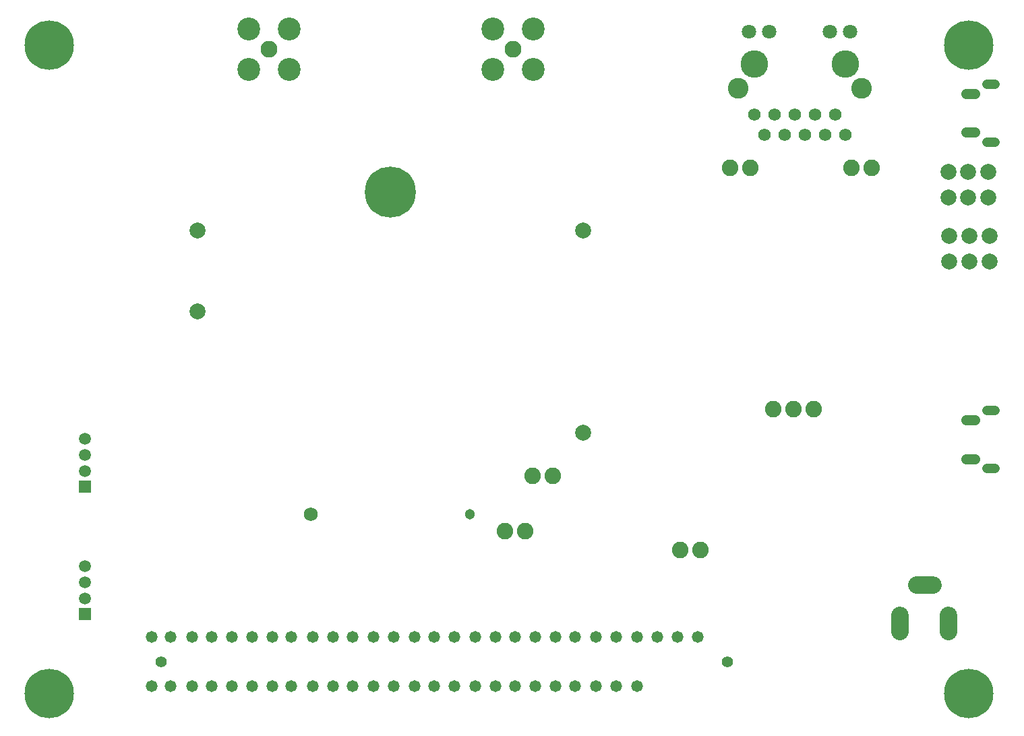
<source format=gbs>
G75*
%MOIN*%
%OFA0B0*%
%FSLAX25Y25*%
%IPPOS*%
%LPD*%
%AMOC8*
5,1,8,0,0,1.08239X$1,22.5*
%
%ADD10C,0.05131*%
%ADD11C,0.06902*%
%ADD12C,0.07099*%
%ADD13C,0.10249*%
%ADD14C,0.06146*%
%ADD15C,0.13595*%
%ADD16C,0.07887*%
%ADD17C,0.05162*%
%ADD18C,0.04769*%
%ADD19C,0.08300*%
%ADD20C,0.11300*%
%ADD21C,0.08200*%
%ADD22C,0.08674*%
%ADD23C,0.05524*%
%ADD24R,0.05950X0.05950*%
%ADD25C,0.05950*%
%ADD26C,0.05800*%
%ADD27C,0.25209*%
%ADD28C,0.24422*%
D10*
X0226866Y0106936D03*
D11*
X0148126Y0106936D03*
D12*
X0364898Y0345716D03*
X0374898Y0345716D03*
X0404702Y0345716D03*
X0414702Y0345716D03*
D13*
X0420312Y0317645D03*
X0359288Y0317645D03*
D14*
X0367300Y0304692D03*
X0377300Y0304692D03*
X0387300Y0304692D03*
X0397300Y0304692D03*
X0407300Y0304692D03*
X0402300Y0294692D03*
X0392300Y0294692D03*
X0382300Y0294692D03*
X0372300Y0294692D03*
X0412300Y0294692D03*
D15*
X0412300Y0329653D03*
X0367300Y0329653D03*
D16*
X0463411Y0276158D03*
X0473254Y0276158D03*
X0483096Y0276158D03*
X0483096Y0263560D03*
X0473254Y0263560D03*
X0463411Y0263560D03*
X0463926Y0244508D03*
X0473769Y0244508D03*
X0483611Y0244508D03*
X0483611Y0231910D03*
X0473769Y0231910D03*
X0463926Y0231910D03*
X0282824Y0247448D03*
X0282824Y0147448D03*
X0091945Y0207448D03*
X0091945Y0247448D03*
D17*
X0471950Y0295857D02*
X0476312Y0295857D01*
X0476312Y0314951D02*
X0471950Y0314951D01*
X0471950Y0153534D02*
X0476312Y0153534D01*
X0476312Y0134439D02*
X0471950Y0134439D01*
D18*
X0482580Y0129715D02*
X0486548Y0129715D01*
X0486548Y0158258D02*
X0482580Y0158258D01*
X0482580Y0291132D02*
X0486548Y0291132D01*
X0486548Y0319676D02*
X0482580Y0319676D01*
D19*
X0248200Y0337094D03*
X0127400Y0337094D03*
D20*
X0117361Y0347133D03*
X0137439Y0347133D03*
X0137439Y0327055D03*
X0117361Y0327055D03*
X0238161Y0327055D03*
X0258239Y0327055D03*
X0258239Y0347133D03*
X0238161Y0347133D03*
D21*
X0355367Y0278458D03*
X0365367Y0278458D03*
X0415489Y0278458D03*
X0425489Y0278458D03*
X0396867Y0158958D03*
X0386867Y0158958D03*
X0376867Y0158958D03*
X0340911Y0089354D03*
X0330911Y0089354D03*
X0267611Y0125854D03*
X0257611Y0125854D03*
X0254111Y0098554D03*
X0244111Y0098554D03*
D22*
X0439495Y0056873D02*
X0439495Y0048999D01*
X0463511Y0048999D02*
X0463511Y0056873D01*
X0455637Y0071833D02*
X0447763Y0071833D01*
D23*
X0354268Y0033944D03*
X0074268Y0033944D03*
D24*
X0036433Y0057566D03*
X0036433Y0120558D03*
D25*
X0036433Y0128432D03*
X0036433Y0136306D03*
X0036433Y0144180D03*
X0036433Y0081188D03*
X0036433Y0073314D03*
X0036433Y0065440D03*
D26*
X0069448Y0046420D03*
X0078633Y0046420D03*
X0089308Y0046420D03*
X0099223Y0046420D03*
X0109088Y0046420D03*
X0119153Y0046420D03*
X0129258Y0046420D03*
X0138583Y0046420D03*
X0149098Y0046420D03*
X0159013Y0046420D03*
X0168928Y0046420D03*
X0179083Y0046420D03*
X0189143Y0046420D03*
X0199321Y0046420D03*
X0209161Y0046420D03*
X0219213Y0046420D03*
X0229291Y0046221D03*
X0239306Y0046420D03*
X0249183Y0046420D03*
X0259136Y0046420D03*
X0269251Y0046420D03*
X0278938Y0046420D03*
X0289123Y0046420D03*
X0299208Y0046420D03*
X0309400Y0046420D03*
X0319578Y0046420D03*
X0329463Y0046420D03*
X0339428Y0046420D03*
X0309400Y0021851D03*
X0299208Y0021851D03*
X0289123Y0021851D03*
X0278938Y0021851D03*
X0269251Y0021851D03*
X0259136Y0021851D03*
X0249183Y0021851D03*
X0239306Y0021851D03*
X0229291Y0021851D03*
X0219213Y0021851D03*
X0209161Y0021851D03*
X0199321Y0021851D03*
X0189143Y0021851D03*
X0179083Y0021851D03*
X0168928Y0021851D03*
X0159013Y0021851D03*
X0149098Y0021851D03*
X0138583Y0021851D03*
X0129258Y0021851D03*
X0119153Y0021851D03*
X0109088Y0021851D03*
X0099223Y0021851D03*
X0089308Y0021851D03*
X0078633Y0021851D03*
X0069448Y0021851D03*
D27*
X0187421Y0266228D03*
D28*
X0018717Y0018196D03*
X0018717Y0339062D03*
X0473441Y0339062D03*
X0473441Y0018196D03*
M02*

</source>
